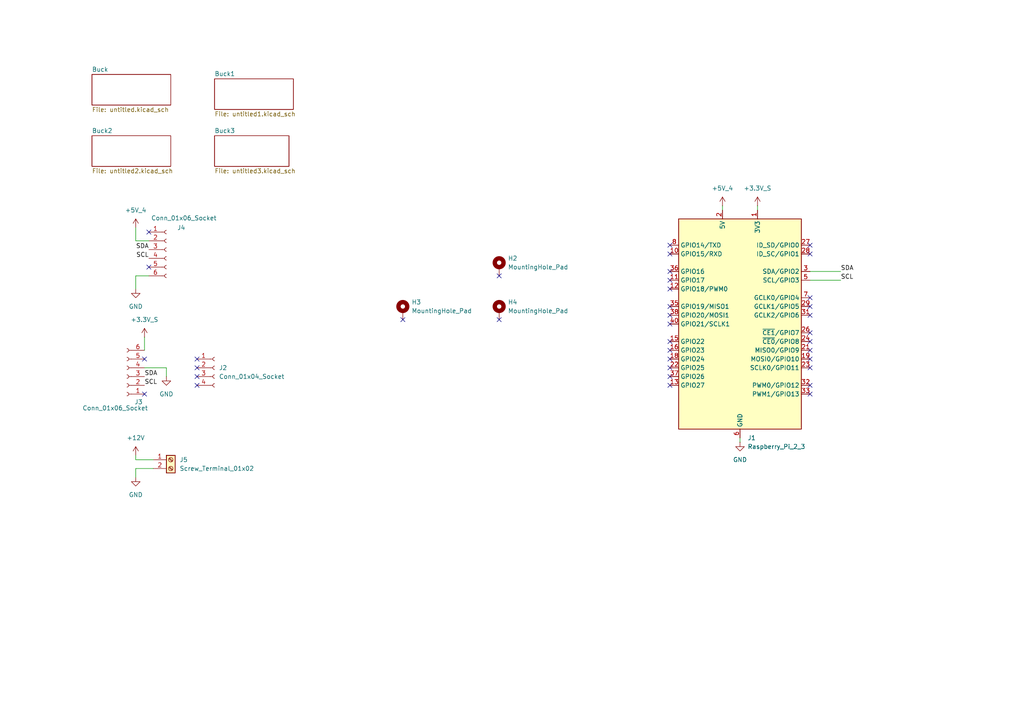
<source format=kicad_sch>
(kicad_sch (version 20231120) (generator "eeschema") (generator_version "8.0")
  (paper "A4")
  (title_block (title "QRPfRA Rasberry Pi4 B Power Hat") (date "2024-04-23") (rev "0"))
  (lib_symbols
    (symbol "Connector:Conn_01x04_Socket" (pin_names (offset 1.016) hide)
      (property "Reference" "J" (at 0 5.08 0))
      (property "Value" "Conn_01x04_Socket" (at 0 -7.62 0))
      (symbol "Conn_01x04_Socket_1_1"
        (arc (start 0 -4.572) (mid -0.5058 -5.08) (end 0 -5.588) (stroke (width 0.1524)))
        (arc (start 0 -2.032) (mid -0.5058 -2.54) (end 0 -3.048) (stroke (width 0.1524)))
        (polyline (pts (xy -1.27 -5.08) (xy -0.508 -5.08)) (stroke (width 0.1524)))
        (polyline (pts (xy -1.27 -2.54) (xy -0.508 -2.54)) (stroke (width 0.1524)))
        (polyline (pts (xy -1.27 0) (xy -0.508 0)) (stroke (width 0.1524)))
        (polyline (pts (xy -1.27 2.54) (xy -0.508 2.54)) (stroke (width 0.1524)))
        (arc (start 0 0.508) (mid -0.5058 0) (end 0 -0.508) (stroke (width 0.1524)))
        (arc (start 0 3.048) (mid -0.5058 2.54) (end 0 2.032) (stroke (width 0.1524)))
        (pin passive line (at -5.08 2.54 0) (length 3.81) (name "Pin_1") (number "1"))
        (pin passive line (at -5.08 0 0) (length 3.81) (name "Pin_2") (number "2"))
        (pin passive line (at -5.08 -2.54 0) (length 3.81) (name "Pin_3") (number "3"))
        (pin passive line (at -5.08 -5.08 0) (length 3.81) (name "Pin_4") (number "4"))
      )
    )
    (symbol "Connector:Conn_01x06_Socket" (pin_names (offset 1.016) hide)
      (property "Reference" "J" (at 0 7.62 0))
      (property "Value" "Conn_01x06_Socket" (at 0 -10.16 0))
      (symbol "Conn_01x06_Socket_1_1"
        (arc (start 0 -7.112) (mid -0.5058 -7.62) (end 0 -8.128) (stroke (width 0.1524)))
        (arc (start 0 -4.572) (mid -0.5058 -5.08) (end 0 -5.588) (stroke (width 0.1524)))
        (arc (start 0 -2.032) (mid -0.5058 -2.54) (end 0 -3.048) (stroke (width 0.1524)))
        (polyline (pts (xy -1.27 -7.62) (xy -0.508 -7.62)) (stroke (width 0.1524)))
        (polyline (pts (xy -1.27 -5.08) (xy -0.508 -5.08)) (stroke (width 0.1524)))
        (polyline (pts (xy -1.27 -2.54) (xy -0.508 -2.54)) (stroke (width 0.1524)))
        (polyline (pts (xy -1.27 0) (xy -0.508 0)) (stroke (width 0.1524)))
        (polyline (pts (xy -1.27 2.54) (xy -0.508 2.54)) (stroke (width 0.1524)))
        (polyline (pts (xy -1.27 5.08) (xy -0.508 5.08)) (stroke (width 0.1524)))
        (arc (start 0 0.508) (mid -0.5058 0) (end 0 -0.508) (stroke (width 0.1524)))
        (arc (start 0 3.048) (mid -0.5058 2.54) (end 0 2.032) (stroke (width 0.1524)))
        (arc (start 0 5.588) (mid -0.5058 5.08) (end 0 4.572) (stroke (width 0.1524)))
        (pin passive line (at -5.08 5.08 0) (length 3.81) (name "Pin_1") (number "1"))
        (pin passive line (at -5.08 2.54 0) (length 3.81) (name "Pin_2") (number "2"))
        (pin passive line (at -5.08 0 0) (length 3.81) (name "Pin_3") (number "3"))
        (pin passive line (at -5.08 -2.54 0) (length 3.81) (name "Pin_4") (number "4"))
        (pin passive line (at -5.08 -5.08 0) (length 3.81) (name "Pin_5") (number "5"))
        (pin passive line (at -5.08 -7.62 0) (length 3.81) (name "Pin_6") (number "6"))
      )
    )
    (symbol "Connector:Raspberry_Pi_2_3"
      (property "Reference" "J" (at -17.78 31.75 0))
      (property "Value" "Raspberry_Pi_2_3" (at 10.16 -31.75 0))
      (symbol "Raspberry_Pi_2_3_0_1"
        (rectangle (start -17.78 30.48) (end 17.78 -30.48) (stroke (width 0.254)) (fill (type background)))
      )
      (symbol "Raspberry_Pi_2_3_1_1"
        (pin power_in line (at 5.08 33.02 270) (length 2.54) (name "3V3") (number "1"))
        (pin bidirectional line (at -20.32 20.32 0) (length 2.54) (name "GPIO15/RXD") (number "10"))
        (pin bidirectional line (at -20.32 12.7 0) (length 2.54) (name "GPIO17") (number "11"))
        (pin bidirectional line (at -20.32 10.16 0) (length 2.54) (name "GPIO18/PWM0") (number "12"))
        (pin bidirectional line (at -20.32 -17.78 0) (length 2.54) (name "GPIO27") (number "13"))
        (pin passive line (at 0 -33.02 90) (length 2.54) hide (name "GND") (number "14"))
        (pin bidirectional line (at -20.32 -5.08 0) (length 2.54) (name "GPIO22") (number "15"))
        (pin bidirectional line (at -20.32 -7.62 0) (length 2.54) (name "GPIO23") (number "16"))
        (pin passive line (at 5.08 33.02 270) (length 2.54) hide (name "3V3") (number "17"))
        (pin bidirectional line (at -20.32 -10.16 0) (length 2.54) (name "GPIO24") (number "18"))
        (pin bidirectional line (at 20.32 -10.16 180) (length 2.54) (name "MOSI0/GPIO10") (number "19"))
        (pin power_in line (at -5.08 33.02 270) (length 2.54) (name "5V") (number "2"))
        (pin passive line (at 0 -33.02 90) (length 2.54) hide (name "GND") (number "20"))
        (pin bidirectional line (at 20.32 -7.62 180) (length 2.54) (name "MISO0/GPIO9") (number "21"))
        (pin bidirectional line (at -20.32 -12.7 0) (length 2.54) (name "GPIO25") (number "22"))
        (pin bidirectional line (at 20.32 -12.7 180) (length 2.54) (name "SCLK0/GPIO11") (number "23"))
        (pin bidirectional line (at 20.32 -5.08 180) (length 2.54) (name "~{CE0}/GPIO8") (number "24"))
        (pin passive line (at 0 -33.02 90) (length 2.54) hide (name "GND") (number "25"))
        (pin bidirectional line (at 20.32 -2.54 180) (length 2.54) (name "~{CE1}/GPIO7") (number "26"))
        (pin bidirectional line (at 20.32 22.86 180) (length 2.54) (name "ID_SD/GPIO0") (number "27"))
        (pin bidirectional line (at 20.32 20.32 180) (length 2.54) (name "ID_SC/GPIO1") (number "28"))
        (pin bidirectional line (at 20.32 5.08 180) (length 2.54) (name "GCLK1/GPIO5") (number "29"))
        (pin bidirectional line (at 20.32 15.24 180) (length 2.54) (name "SDA/GPIO2") (number "3"))
        (pin passive line (at 0 -33.02 90) (length 2.54) hide (name "GND") (number "30"))
        (pin bidirectional line (at 20.32 2.54 180) (length 2.54) (name "GCLK2/GPIO6") (number "31"))
        (pin bidirectional line (at 20.32 -17.78 180) (length 2.54) (name "PWM0/GPIO12") (number "32"))
        (pin bidirectional line (at 20.32 -20.32 180) (length 2.54) (name "PWM1/GPIO13") (number "33"))
        (pin passive line (at 0 -33.02 90) (length 2.54) hide (name "GND") (number "34"))
        (pin bidirectional line (at -20.32 5.08 0) (length 2.54) (name "GPIO19/MISO1") (number "35"))
        (pin bidirectional line (at -20.32 15.24 0) (length 2.54) (name "GPIO16") (number "36"))
        (pin bidirectional line (at -20.32 -15.24 0) (length 2.54) (name "GPIO26") (number "37"))
        (pin bidirectional line (at -20.32 2.54 0) (length 2.54) (name "GPIO20/MOSI1") (number "38"))
        (pin passive line (at 0 -33.02 90) (length 2.54) hide (name "GND") (number "39"))
        (pin passive line (at -5.08 33.02 270) (length 2.54) hide (name "5V") (number "4"))
        (pin bidirectional line (at -20.32 0 0) (length 2.54) (name "GPIO21/SCLK1") (number "40"))
        (pin bidirectional line (at 20.32 12.7 180) (length 2.54) (name "SCL/GPIO3") (number "5"))
        (pin power_in line (at 0 -33.02 90) (length 2.54) (name "GND") (number "6"))
        (pin bidirectional line (at 20.32 7.62 180) (length 2.54) (name "GCLK0/GPIO4") (number "7"))
        (pin bidirectional line (at -20.32 22.86 0) (length 2.54) (name "GPIO14/TXD") (number "8"))
        (pin passive line (at 0 -33.02 90) (length 2.54) hide (name "GND") (number "9"))
      )
    )
    (symbol "Connector:Screw_Terminal_01x02" (pin_names (offset 1.016) hide)
      (property "Reference" "J" (at 0 2.54 0))
      (property "Value" "Screw_Terminal_01x02" (at 0 -5.08 0))
      (symbol "Screw_Terminal_01x02_1_1"
        (rectangle (start -1.27 1.27) (end 1.27 -3.81) (stroke (width 0.254)) (fill (type background)))
        (circle (center 0 -2.54) (radius 0.635) (stroke (width 0.1524)))
        (polyline (pts (xy -0.5334 -2.2098) (xy 0.3302 -3.048)) (stroke (width 0.1524)))
        (polyline (pts (xy -0.5334 0.3302) (xy 0.3302 -0.508)) (stroke (width 0.1524)))
        (polyline (pts (xy -0.3556 -2.032) (xy 0.508 -2.8702)) (stroke (width 0.1524)))
        (polyline (pts (xy -0.3556 0.508) (xy 0.508 -0.3302)) (stroke (width 0.1524)))
        (circle (center 0 0) (radius 0.635) (stroke (width 0.1524)))
        (pin passive line (at -5.08 0 0) (length 3.81) (name "Pin_1") (number "1"))
        (pin passive line (at -5.08 -2.54 0) (length 3.81) (name "Pin_2") (number "2"))
      )
    )
    (symbol "Mechanical:MountingHole_Pad" (pin_numbers hide) (pin_names (offset 1.016) hide) (exclude_from_sim yes) (in_bom no)
      (property "Reference" "H" (at 0 6.35 0))
      (property "Value" "MountingHole_Pad" (at 0 4.445 0))
      (symbol "MountingHole_Pad_0_1"
        (circle (center 0 1.27) (radius 1.27) (stroke (width 1.27)))
      )
      (symbol "MountingHole_Pad_1_1"
        (pin input line (at 0 -2.54 90) (length 2.54) (name "1") (number "1"))
      )
    )
    (symbol "power:+12V" (power) (pin_numbers hide) (pin_names (offset 0) hide)
      (property "Value" "+12V" (at 0 3.556 0))
      (symbol "+12V_0_1"
        (polyline (pts (xy -0.762 1.27) (xy 0 2.54)))
        (polyline (pts (xy 0 0) (xy 0 2.54)))
        (polyline (pts (xy 0 2.54) (xy 0.762 1.27)))
      )
      (symbol "+12V_1_1"
        (pin power_in line (at 0 0 90) (length 0) (name "~") (number "1"))
      )
    )
    (symbol "power:+3.3V" (power) (pin_numbers hide) (pin_names (offset 0) hide)
      (property "Value" "+3.3V" (at 0 3.556 0))
      (symbol "+3.3V_0_1"
        (polyline (pts (xy -0.762 1.27) (xy 0 2.54)))
        (polyline (pts (xy 0 0) (xy 0 2.54)))
        (polyline (pts (xy 0 2.54) (xy 0.762 1.27)))
      )
      (symbol "+3.3V_1_1"
        (pin power_in line (at 0 0 90) (length 0) (name "~") (number "1"))
      )
    )
    (symbol "power:+5V" (power) (pin_numbers hide) (pin_names (offset 0) hide)
      (property "Value" "+5V" (at 0 3.556 0))
      (symbol "+5V_0_1"
        (polyline (pts (xy -0.762 1.27) (xy 0 2.54)))
        (polyline (pts (xy 0 0) (xy 0 2.54)))
        (polyline (pts (xy 0 2.54) (xy 0.762 1.27)))
      )
      (symbol "+5V_1_1"
        (pin power_in line (at 0 0 90) (length 0) (name "~") (number "1"))
      )
    )
    (symbol "power:GND" (power) (pin_numbers hide) (pin_names (offset 0) hide)
      (property "Value" "GND" (at 0 -3.81 0))
      (symbol "GND_0_1"
        (polyline (pts (xy 0 0) (xy 0 -1.27) (xy 1.27 -1.27) (xy 0 -2.54) (xy -1.27 -1.27) (xy 0 -1.27)))
      )
      (symbol "GND_1_1"
        (pin power_in line (at 0 0 270) (length 0) (name "~") (number "1"))
      )
    )
  )
  (no_connect (at 234.95 71.12))
  (no_connect (at 234.95 104.14))
  (no_connect (at 234.95 101.6))
  (no_connect (at 234.95 91.44))
  (no_connect (at 194.31 81.28))
  (no_connect (at 194.31 101.6))
  (no_connect (at 194.31 71.12))
  (no_connect (at 194.31 93.98))
  (no_connect (at 194.31 83.82))
  (no_connect (at 194.31 73.66))
  (no_connect (at 57.15 111.76))
  (no_connect (at 194.31 109.22))
  (no_connect (at 234.95 86.36))
  (no_connect (at 234.95 114.3))
  (no_connect (at 234.95 111.76))
  (no_connect (at 234.95 88.9))
  (no_connect (at 57.15 109.22))
  (no_connect (at 234.95 99.06))
  (no_connect (at 194.31 106.68))
  (no_connect (at 194.31 111.76))
  (no_connect (at 41.91 114.3))
  (no_connect (at 116.84 92.71))
  (no_connect (at 57.15 104.14))
  (no_connect (at 144.78 80.01))
  (no_connect (at 43.18 77.47))
  (no_connect (at 234.95 96.52))
  (no_connect (at 194.31 78.74))
  (no_connect (at 194.31 88.9))
  (no_connect (at 144.78 92.71))
  (no_connect (at 234.95 73.66))
  (no_connect (at 194.31 104.14))
  (no_connect (at 194.31 99.06))
  (no_connect (at 194.31 91.44))
  (no_connect (at 41.91 104.14))
  (no_connect (at 234.95 106.68))
  (no_connect (at 57.15 106.68))
  (no_connect (at 43.18 67.31))
  (wire (pts (xy 39.37 132.08) (xy 39.37 133.35)))
  (wire (pts (xy 234.95 78.74) (xy 243.84 78.74)))
  (wire (pts (xy 209.55 59.69) (xy 209.55 60.96)))
  (wire (pts (xy 219.71 59.69) (xy 219.71 60.96)))
  (wire (pts (xy 48.26 106.68) (xy 48.26 109.22)))
  (wire (pts (xy 39.37 69.85) (xy 43.18 69.85)))
  (wire (pts (xy 39.37 135.89) (xy 44.45 135.89)))
  (wire (pts (xy 234.95 81.28) (xy 243.84 81.28)))
  (wire (pts (xy 39.37 66.04) (xy 39.37 69.85)))
  (wire (pts (xy 214.63 127) (xy 214.63 128.27)))
  (wire (pts (xy 41.91 106.68) (xy 48.26 106.68)))
  (wire (pts (xy 43.18 80.01) (xy 39.37 80.01)))
  (wire (pts (xy 39.37 133.35) (xy 44.45 133.35)))
  (wire (pts (xy 41.91 97.79) (xy 41.91 101.6)))
  (wire (pts (xy 39.37 80.01) (xy 39.37 83.82)))
  (wire (pts (xy 39.37 135.89) (xy 39.37 138.43)))
  (label "SCL" (at 41.91 111.76 0))
  (label "SDA" (at 243.84 78.74 0))
  (label "SDA" (at 43.18 72.39 180))
  (label "SCL" (at 243.84 81.28 0))
  (label "SDA" (at 41.91 109.22 0))
  (label "SCL" (at 43.18 74.93 180))
  (symbol (lib_id "Connector:Screw_Terminal_01x02") (at 49.53 133.35 0) (unit 1)
    (property "Reference" "J5" (at 52.07 133.3499 0) (effects (justify left)))
    (property "Value" "Screw_Terminal_01x02" (at 52.07 135.8899 0) (effects (justify left)))
    (property "Footprint" "TerminalBlock_4Ucon:TerminalBlock_4Ucon_1x02_P3.50mm_Vertical" (effects (hide yes)))
    (property "Description" "Generic screw terminal, single row, 01x02, script generated (kicad-library-utils/schlib/autogen/connector/)" (effects (hide yes)))
  )
  (symbol (lib_id "power:GND") (at 39.37 138.43 0) (unit 1)
    (property "Reference" "#PWR032" (effects (hide yes)))
    (property "Value" "GND" (at 39.37 143.51 0))
    (property "Description" "Power symbol creates a global label with name \"GND\" , ground" (effects (hide yes)))
  )
  (symbol (lib_id "Mechanical:MountingHole_Pad") (at 144.78 77.47 0) (unit 1) (exclude_from_sim yes) (in_bom no)
    (property "Reference" "H2" (at 147.32 74.9299 0) (effects (justify left)))
    (property "Value" "MountingHole_Pad" (at 147.32 77.4699 0) (effects (justify left)))
    (property "Footprint" "MountingHole:MountingHole_2.7mm_Pad" (effects (hide yes)))
    (property "Description" "Mounting Hole with connection" (effects (hide yes)))
  )
  (symbol (lib_id "Connector:Conn_01x06_Socket") (at 36.83 109.22 180) (unit 1)
    (property "Reference" "J3" (at 41.402 116.586 0) (effects (justify left)))
    (property "Value" "Conn_01x06_Socket" (at 42.926 118.364 0) (effects (justify left)))
    (property "Footprint" "Connector_PinHeader_2.54mm:PinHeader_1x06_P2.54mm_Vertical" (effects (hide yes)))
    (property "Description" "Generic connector, single row, 01x06, script generated" (effects (hide yes)))
  )
  (symbol (lib_id "power:+5V") (at 209.55 59.69 0) (unit 1)
    (property "Reference" "#PWR025" (effects (hide yes)))
    (property "Value" "+5V_4" (at 209.55 54.61 0))
    (property "Description" "Power symbol creates a global label with name \"+5V\"" (effects (hide yes)))
  )
  (symbol (lib_id "power:+3.3V") (at 41.91 97.79 0) (unit 1)
    (property "Reference" "#PWR029" (effects (hide yes)))
    (property "Value" "+3.3V_S" (at 41.91 92.71 0))
    (property "Description" "Power symbol creates a global label with name \"+3.3V\"" (effects (hide yes)))
  )
  (symbol (lib_id "Connector:Conn_01x04_Socket") (at 62.23 106.68 0) (unit 1)
    (property "Reference" "J2" (at 63.5 106.6799 0) (effects (justify left)))
    (property "Value" "Conn_01x04_Socket" (at 63.5 109.2199 0) (effects (justify left)))
    (property "Footprint" "Connector_PinHeader_2.54mm:PinHeader_1x04_P2.54mm_Vertical" (effects (hide yes)))
    (property "Description" "Generic connector, single row, 01x04, script generated" (effects (hide yes)))
  )
  (symbol (lib_id "power:+5V") (at 39.37 66.04 0) (unit 1)
    (property "Reference" "#PWR027" (effects (hide yes)))
    (property "Value" "+5V_4" (at 39.37 60.96 0))
    (property "Description" "Power symbol creates a global label with name \"+5V\"" (effects (hide yes)))
  )
  (symbol (lib_id "Mechanical:MountingHole_Pad") (at 144.78 90.17 0) (unit 1) (exclude_from_sim yes) (in_bom no)
    (property "Reference" "H4" (at 147.32 87.6299 0) (effects (justify left)))
    (property "Value" "MountingHole_Pad" (at 147.32 90.1699 0) (effects (justify left)))
    (property "Footprint" "MountingHole:MountingHole_2.7mm_Pad" (effects (hide yes)))
    (property "Description" "Mounting Hole with connection" (effects (hide yes)))
  )
  (symbol (lib_id "Mechanical:MountingHole_Pad") (at 116.84 90.17 0) (unit 1) (exclude_from_sim yes) (in_bom no)
    (property "Reference" "H3" (at 119.38 87.6299 0) (effects (justify left)))
    (property "Value" "MountingHole_Pad" (at 119.38 90.1699 0) (effects (justify left)))
    (property "Footprint" "MountingHole:MountingHole_2.7mm_Pad" (effects (hide yes)))
    (property "Description" "Mounting Hole with connection" (effects (hide yes)))
  )
  (symbol (lib_id "power:+12V") (at 39.37 132.08 0) (unit 1)
    (property "Reference" "#PWR031" (effects (hide yes)))
    (property "Value" "+12V" (at 39.37 127 0))
    (property "Description" "Power symbol creates a global label with name \"+12V\"" (effects (hide yes)))
  )
  (symbol (lib_id "power:+3.3V") (at 219.71 59.69 0) (unit 1)
    (property "Reference" "#PWR026" (effects (hide yes)))
    (property "Value" "+3.3V_S" (at 219.71 54.61 0))
    (property "Description" "Power symbol creates a global label with name \"+3.3V\"" (effects (hide yes)))
  )
  (symbol (lib_id "Connector:Conn_01x06_Socket") (at 48.26 72.39 0) (unit 1)
    (property "Reference" "J4" (at 52.578 66.04 0))
    (property "Value" "Conn_01x06_Socket" (at 53.34 63.246 0))
    (property "Footprint" "Connector_PinHeader_2.54mm:PinHeader_1x06_P2.54mm_Vertical" (effects (hide yes)))
    (property "Description" "Generic connector, single row, 01x06, script generated" (effects (hide yes)))
  )
  (symbol (lib_id "Connector:Raspberry_Pi_2_3") (at 214.63 93.98 0) (unit 1)
    (property "Reference" "J1" (at 216.8241 127 0) (effects (justify left)))
    (property "Value" "Raspberry_Pi_2_3" (at 216.8241 129.54 0) (effects (justify left)))
    (property "Footprint" "Connector_PinHeader_2.54mm:PinHeader_2x20_P2.54mm_Vertical" (effects (hide yes)))
    (property "Datasheet" "https://www.raspberrypi.org/documentation/hardware/raspberrypi/schematics/rpi_SCH_3bplus_1p0_reduced.pdf" (effects (hide yes)))
    (property "Description" "expansion header for Raspberry Pi 2 & 3" (effects (hide yes)))
  )
  (symbol (lib_id "power:GND") (at 39.37 83.82 0) (unit 1)
    (property "Reference" "#PWR028" (effects (hide yes)))
    (property "Value" "GND" (at 39.37 88.9 0))
    (property "Description" "Power symbol creates a global label with name \"GND\" , ground" (effects (hide yes)))
  )
  (symbol (lib_id "power:GND") (at 48.26 109.22 0) (unit 1)
    (property "Reference" "#PWR030" (effects (hide yes)))
    (property "Value" "GND" (at 48.26 114.3 0))
    (property "Description" "Power symbol creates a global label with name \"GND\" , ground" (effects (hide yes)))
  )
  (symbol (lib_id "power:GND") (at 214.63 128.27 0) (unit 1)
    (property "Reference" "#PWR040" (effects (hide yes)))
    (property "Value" "GND" (at 214.63 133.35 0))
    (property "Description" "Power symbol creates a global label with name \"GND\" , ground" (effects (hide yes)))
  )
  (sheet (at 62.23 22.86) (size 22.86 8.89) (stroke (width 0.1524))
    (property "Sheetname" "Buck1" (at 62.23 22.1484 0) (effects (justify left bottom)))
    (property "Sheetfile" "untitled1.kicad_sch" (at 62.23 32.3346 0) (effects (justify left top)))
  )
  (sheet (at 26.67 39.37) (size 22.86 8.89) (stroke (width 0.1524))
    (property "Sheetname" "Buck2" (at 26.67 38.6584 0) (effects (justify left bottom)))
    (property "Sheetfile" "untitled2.kicad_sch" (at 26.67 48.8446 0) (effects (justify left top)))
  )
  (sheet (at 26.67 21.59) (size 22.86 8.89) (stroke (width 0.1524))
    (property "Sheetname" "Buck" (at 26.67 20.8784 0) (effects (justify left bottom)))
    (property "Sheetfile" "untitled.kicad_sch" (at 26.67 31.0646 0) (effects (justify left top)))
  )
  (sheet (at 62.23 39.37) (size 21.59 8.89) (stroke (width 0.1524))
    (property "Sheetname" "Buck3" (at 62.23 38.6584 0) (effects (justify left bottom)))
    (property "Sheetfile" "untitled3.kicad_sch" (at 62.23 48.8446 0) (effects (justify left top)))
  )
)
</source>
